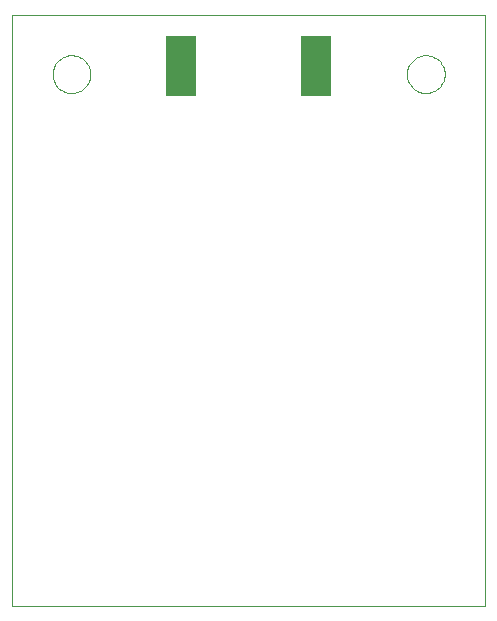
<source format=gtp>
G75*
%MOIN*%
%OFA0B0*%
%FSLAX24Y24*%
%IPPOS*%
%LPD*%
%AMOC8*
5,1,8,0,0,1.08239X$1,22.5*
%
%ADD10C,0.0039*%
%ADD11R,0.1000X0.2000*%
%ADD12C,0.0000*%
D10*
X001158Y000120D02*
X016906Y000120D01*
X016906Y019805D01*
X001158Y019805D01*
X001158Y000120D01*
D11*
X006783Y018120D03*
X011283Y018120D03*
D12*
X014308Y017836D02*
X014310Y017886D01*
X014316Y017936D01*
X014326Y017985D01*
X014340Y018033D01*
X014357Y018080D01*
X014378Y018125D01*
X014403Y018169D01*
X014431Y018210D01*
X014463Y018249D01*
X014497Y018286D01*
X014534Y018320D01*
X014574Y018350D01*
X014616Y018377D01*
X014660Y018401D01*
X014706Y018422D01*
X014753Y018438D01*
X014801Y018451D01*
X014851Y018460D01*
X014900Y018465D01*
X014951Y018466D01*
X015001Y018463D01*
X015050Y018456D01*
X015099Y018445D01*
X015147Y018430D01*
X015193Y018412D01*
X015238Y018390D01*
X015281Y018364D01*
X015322Y018335D01*
X015361Y018303D01*
X015397Y018268D01*
X015429Y018230D01*
X015459Y018190D01*
X015486Y018147D01*
X015509Y018103D01*
X015528Y018057D01*
X015544Y018009D01*
X015556Y017960D01*
X015564Y017911D01*
X015568Y017861D01*
X015568Y017811D01*
X015564Y017761D01*
X015556Y017712D01*
X015544Y017663D01*
X015528Y017615D01*
X015509Y017569D01*
X015486Y017525D01*
X015459Y017482D01*
X015429Y017442D01*
X015397Y017404D01*
X015361Y017369D01*
X015322Y017337D01*
X015281Y017308D01*
X015238Y017282D01*
X015193Y017260D01*
X015147Y017242D01*
X015099Y017227D01*
X015050Y017216D01*
X015001Y017209D01*
X014951Y017206D01*
X014900Y017207D01*
X014851Y017212D01*
X014801Y017221D01*
X014753Y017234D01*
X014706Y017250D01*
X014660Y017271D01*
X014616Y017295D01*
X014574Y017322D01*
X014534Y017352D01*
X014497Y017386D01*
X014463Y017423D01*
X014431Y017462D01*
X014403Y017503D01*
X014378Y017547D01*
X014357Y017592D01*
X014340Y017639D01*
X014326Y017687D01*
X014316Y017736D01*
X014310Y017786D01*
X014308Y017836D01*
X002497Y017836D02*
X002499Y017886D01*
X002505Y017936D01*
X002515Y017985D01*
X002529Y018033D01*
X002546Y018080D01*
X002567Y018125D01*
X002592Y018169D01*
X002620Y018210D01*
X002652Y018249D01*
X002686Y018286D01*
X002723Y018320D01*
X002763Y018350D01*
X002805Y018377D01*
X002849Y018401D01*
X002895Y018422D01*
X002942Y018438D01*
X002990Y018451D01*
X003040Y018460D01*
X003089Y018465D01*
X003140Y018466D01*
X003190Y018463D01*
X003239Y018456D01*
X003288Y018445D01*
X003336Y018430D01*
X003382Y018412D01*
X003427Y018390D01*
X003470Y018364D01*
X003511Y018335D01*
X003550Y018303D01*
X003586Y018268D01*
X003618Y018230D01*
X003648Y018190D01*
X003675Y018147D01*
X003698Y018103D01*
X003717Y018057D01*
X003733Y018009D01*
X003745Y017960D01*
X003753Y017911D01*
X003757Y017861D01*
X003757Y017811D01*
X003753Y017761D01*
X003745Y017712D01*
X003733Y017663D01*
X003717Y017615D01*
X003698Y017569D01*
X003675Y017525D01*
X003648Y017482D01*
X003618Y017442D01*
X003586Y017404D01*
X003550Y017369D01*
X003511Y017337D01*
X003470Y017308D01*
X003427Y017282D01*
X003382Y017260D01*
X003336Y017242D01*
X003288Y017227D01*
X003239Y017216D01*
X003190Y017209D01*
X003140Y017206D01*
X003089Y017207D01*
X003040Y017212D01*
X002990Y017221D01*
X002942Y017234D01*
X002895Y017250D01*
X002849Y017271D01*
X002805Y017295D01*
X002763Y017322D01*
X002723Y017352D01*
X002686Y017386D01*
X002652Y017423D01*
X002620Y017462D01*
X002592Y017503D01*
X002567Y017547D01*
X002546Y017592D01*
X002529Y017639D01*
X002515Y017687D01*
X002505Y017736D01*
X002499Y017786D01*
X002497Y017836D01*
M02*

</source>
